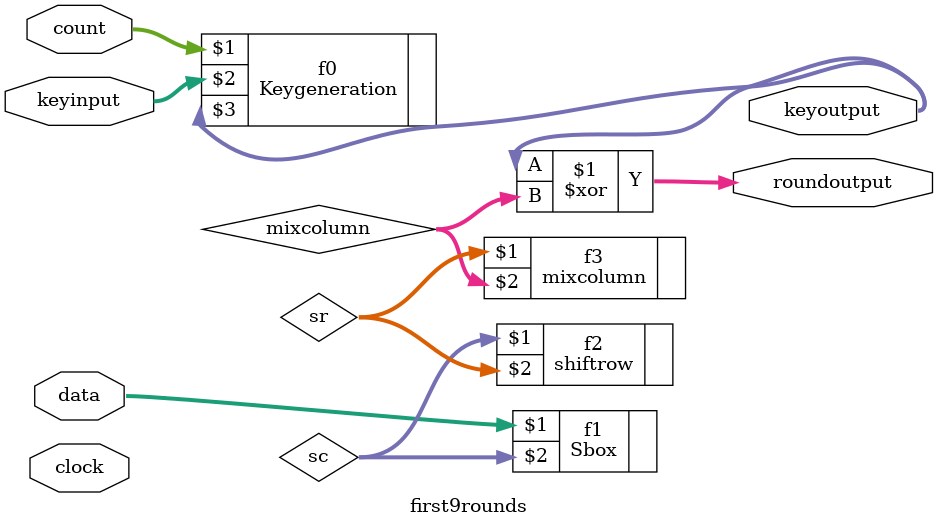
<source format=v>
module first9rounds(clock,count,data,keyinput,keyoutput,roundoutput);
input clock;
input [3:0]count;
input [127:0]data;
input [127:0]keyinput;
output [127:0]keyoutput;
output [127:0]roundoutput;

wire [127:0] sc,sr,mixcolumn;

Keygeneration f0(count,keyinput,keyoutput);
Sbox f1(data,sc);
shiftrow f2(sc,sr);
mixcolumn f3(sr,mixcolumn);
assign roundoutput= keyoutput^mixcolumn;

endmodule

</source>
